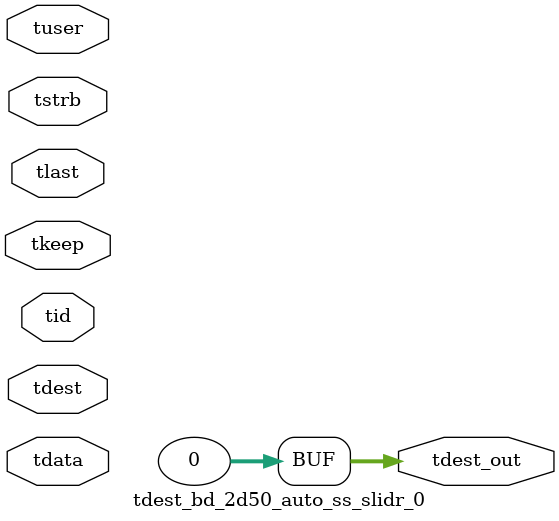
<source format=v>


`timescale 1ps/1ps

module tdest_bd_2d50_auto_ss_slidr_0 #
(
parameter C_S_AXIS_TDATA_WIDTH = 32,
parameter C_S_AXIS_TUSER_WIDTH = 0,
parameter C_S_AXIS_TID_WIDTH   = 0,
parameter C_S_AXIS_TDEST_WIDTH = 0,
parameter C_M_AXIS_TDEST_WIDTH = 32
)
(
input  [(C_S_AXIS_TDATA_WIDTH == 0 ? 1 : C_S_AXIS_TDATA_WIDTH)-1:0     ] tdata,
input  [(C_S_AXIS_TUSER_WIDTH == 0 ? 1 : C_S_AXIS_TUSER_WIDTH)-1:0     ] tuser,
input  [(C_S_AXIS_TID_WIDTH   == 0 ? 1 : C_S_AXIS_TID_WIDTH)-1:0       ] tid,
input  [(C_S_AXIS_TDEST_WIDTH == 0 ? 1 : C_S_AXIS_TDEST_WIDTH)-1:0     ] tdest,
input  [(C_S_AXIS_TDATA_WIDTH/8)-1:0 ] tkeep,
input  [(C_S_AXIS_TDATA_WIDTH/8)-1:0 ] tstrb,
input                                                                    tlast,
output [C_M_AXIS_TDEST_WIDTH-1:0] tdest_out
);

assign tdest_out = {1'b0};

endmodule


</source>
